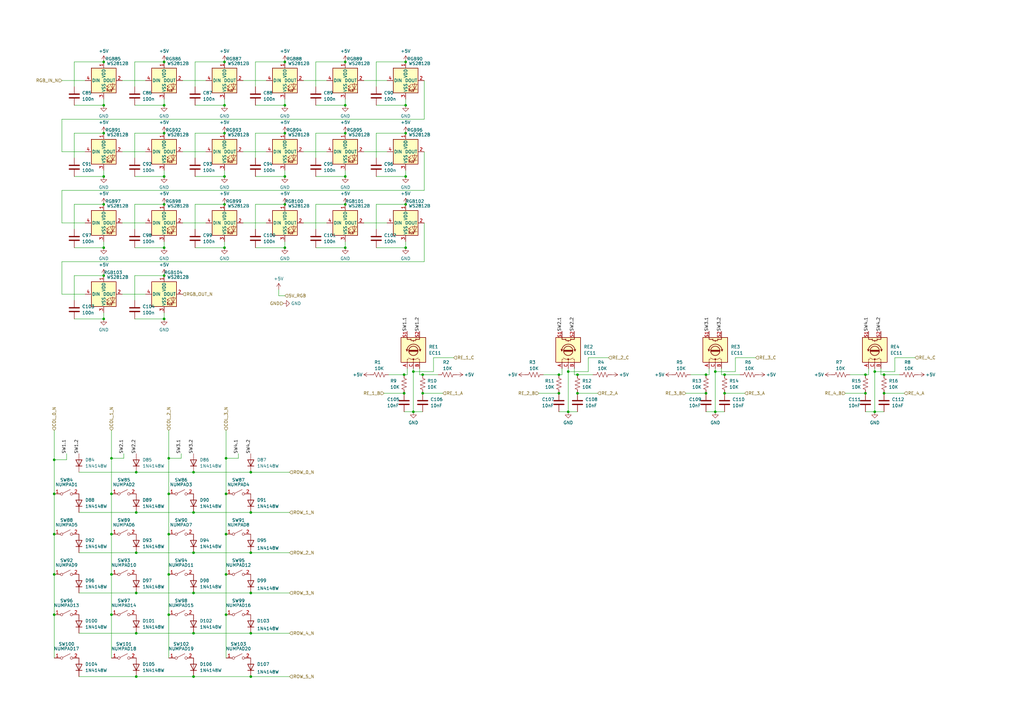
<source format=kicad_sch>
(kicad_sch (version 20211123) (generator eeschema)
  (paper "A3")
  (junction (at 55.88 243.205))
  (junction (at 233.045 152.4))
  (junction (at 79.375 259.715))
  (junction (at 22.225 188.595))
  (junction (at 79.375 277.495))
  (junction (at 45.72 187.96))
  (junction (at 79.375 226.695))
  (junction (at 358.775 168.91))
  (junction (at 67.31 54.61))
  (junction (at 55.88 193.675))
  (junction (at 42.545 72.39))
  (junction (at 42.545 83.82))
  (junction (at 92.075 101.6))
  (junction (at 55.88 277.495))
  (junction (at 92.71 252.095))
  (junction (at 79.375 210.185))
  (junction (at 92.075 54.61))
  (junction (at 22.225 252.095))
  (junction (at 67.31 83.82))
  (junction (at 141.605 43.18))
  (junction (at 42.545 25.4))
  (junction (at 173.355 153.67))
  (junction (at 166.37 72.39))
  (junction (at 92.71 219.075))
  (junction (at 229.235 161.29))
  (junction (at 116.84 83.82))
  (junction (at 67.31 130.81))
  (junction (at 116.84 25.4))
  (junction (at 165.735 161.29))
  (junction (at 22.225 202.565))
  (junction (at 293.37 152.4))
  (junction (at 92.075 43.18))
  (junction (at 166.37 43.18))
  (junction (at 297.18 161.29))
  (junction (at 45.72 235.585))
  (junction (at 69.215 219.075))
  (junction (at 293.37 168.91))
  (junction (at 165.735 153.67))
  (junction (at 22.225 235.585))
  (junction (at 69.215 202.565))
  (junction (at 42.545 130.81))
  (junction (at 173.355 161.29))
  (junction (at 69.215 187.96))
  (junction (at 116.84 72.39))
  (junction (at 102.87 193.675))
  (junction (at 354.965 153.67))
  (junction (at 102.87 226.695))
  (junction (at 92.075 83.82))
  (junction (at 116.84 43.18))
  (junction (at 92.71 187.96))
  (junction (at 362.585 153.67))
  (junction (at 42.545 101.6))
  (junction (at 116.84 101.6))
  (junction (at 45.72 202.565))
  (junction (at 22.225 219.075))
  (junction (at 79.375 243.205))
  (junction (at 358.775 152.4))
  (junction (at 102.87 210.185))
  (junction (at 42.545 113.03))
  (junction (at 229.235 153.67))
  (junction (at 42.545 43.18))
  (junction (at 166.37 83.82))
  (junction (at 297.18 153.67))
  (junction (at 141.605 101.6))
  (junction (at 236.855 161.29))
  (junction (at 169.545 168.91))
  (junction (at 233.045 168.91))
  (junction (at 92.71 235.585))
  (junction (at 45.72 219.075))
  (junction (at 102.87 243.205))
  (junction (at 67.31 113.03))
  (junction (at 289.56 161.29))
  (junction (at 67.31 101.6))
  (junction (at 166.37 54.61))
  (junction (at 67.31 72.39))
  (junction (at 169.545 152.4))
  (junction (at 166.37 101.6))
  (junction (at 92.71 202.565))
  (junction (at 92.075 25.4))
  (junction (at 42.545 54.61))
  (junction (at 67.31 25.4))
  (junction (at 236.855 153.67))
  (junction (at 102.87 259.715))
  (junction (at 141.605 83.82))
  (junction (at 354.965 161.29))
  (junction (at 79.375 193.675))
  (junction (at 362.585 161.29))
  (junction (at 55.88 210.185))
  (junction (at 55.88 226.695))
  (junction (at 141.605 54.61))
  (junction (at 69.215 252.095))
  (junction (at 69.215 235.585))
  (junction (at 289.56 153.67))
  (junction (at 102.87 277.495))
  (junction (at 116.84 54.61))
  (junction (at 67.31 43.18))
  (junction (at 141.605 72.39))
  (junction (at 141.605 25.4))
  (junction (at 166.37 25.4))
  (junction (at 92.075 72.39))
  (junction (at 55.88 259.715))
  (junction (at 45.72 252.095))
  (wire (pts (xy 116.84 54.61) (xy 104.775 54.61)))
  (wire (pts (xy 92.075 54.61) (xy 80.01 54.61)))
  (wire (pts (xy 79.375 226.695) (xy 102.87 226.695)))
  (wire (pts (xy 25.4 107.315) (xy 173.99 107.315)))
  (wire (pts (xy 22.225 188.595) (xy 27.305 188.595)))
  (wire (pts (xy 55.88 243.205) (xy 79.375 243.205)))
  (wire (pts (xy 67.31 83.82) (xy 55.245 83.82)))
  (wire (pts (xy 50.165 120.65) (xy 59.69 120.65)))
  (wire (pts (xy 42.545 83.82) (xy 30.48 83.82)))
  (wire (pts (xy 230.505 151.13) (xy 230.505 153.67)))
  (wire (pts (xy 293.37 168.91) (xy 297.18 168.91)))
  (wire (pts (xy 129.54 54.61) (xy 129.54 64.77)))
  (wire (pts (xy 173.355 153.67) (xy 172.085 153.67)))
  (wire (pts (xy 358.775 152.4) (xy 358.775 168.91)))
  (wire (pts (xy 79.375 243.205) (xy 102.87 243.205)))
  (wire (pts (xy 283.21 153.67) (xy 289.56 153.67)))
  (wire (pts (xy 92.075 43.18) (xy 92.075 40.64)))
  (wire (pts (xy 67.31 130.81) (xy 67.31 128.27)))
  (wire (pts (xy 99.695 91.44) (xy 109.22 91.44)))
  (wire (pts (xy 358.775 152.4) (xy 367.03 152.4)))
  (wire (pts (xy 129.54 43.18) (xy 141.605 43.18)))
  (wire (pts (xy 25.4 78.105) (xy 25.4 91.44)))
  (wire (pts (xy 356.235 151.13) (xy 356.235 153.67)))
  (wire (pts (xy 99.695 62.23) (xy 109.22 62.23)))
  (wire (pts (xy 104.775 72.39) (xy 116.84 72.39)))
  (wire (pts (xy 166.37 101.6) (xy 166.37 99.06)))
  (wire (pts (xy 92.075 25.4) (xy 80.01 25.4)))
  (wire (pts (xy 166.37 43.18) (xy 166.37 40.64)))
  (wire (pts (xy 80.01 72.39) (xy 92.075 72.39)))
  (wire (pts (xy 67.31 25.4) (xy 55.245 25.4)))
  (wire (pts (xy 32.385 193.675) (xy 55.88 193.675)))
  (wire (pts (xy 55.245 83.82) (xy 55.245 93.98)))
  (wire (pts (xy 149.225 62.23) (xy 158.75 62.23)))
  (wire (pts (xy 42.545 72.39) (xy 42.545 69.85)))
  (wire (pts (xy 116.84 25.4) (xy 104.775 25.4)))
  (wire (pts (xy 25.4 107.315) (xy 25.4 120.65)))
  (wire (pts (xy 67.31 72.39) (xy 67.31 69.85)))
  (wire (pts (xy 129.54 101.6) (xy 141.605 101.6)))
  (wire (pts (xy 289.56 161.29) (xy 281.305 161.29)))
  (wire (pts (xy 229.235 153.67) (xy 230.505 153.67)))
  (wire (pts (xy 165.735 153.67) (xy 167.005 153.67)))
  (wire (pts (xy 236.855 161.29) (xy 245.11 161.29)))
  (wire (pts (xy 30.48 130.81) (xy 42.545 130.81)))
  (wire (pts (xy 354.965 153.67) (xy 356.235 153.67)))
  (wire (pts (xy 236.855 153.67) (xy 235.585 153.67)))
  (wire (pts (xy 233.045 168.91) (xy 236.855 168.91)))
  (wire (pts (xy 289.56 168.91) (xy 293.37 168.91)))
  (wire (pts (xy 74.295 186.055) (xy 74.295 187.96)))
  (wire (pts (xy 55.245 25.4) (xy 55.245 35.56)))
  (wire (pts (xy 74.295 187.96) (xy 69.215 187.96)))
  (wire (pts (xy 361.315 151.13) (xy 361.315 153.67)))
  (wire (pts (xy 297.18 161.29) (xy 305.435 161.29)))
  (wire (pts (xy 229.235 168.91) (xy 233.045 168.91)))
  (wire (pts (xy 141.605 25.4) (xy 129.54 25.4)))
  (wire (pts (xy 233.045 152.4) (xy 241.3 152.4)))
  (wire (pts (xy 173.99 62.23) (xy 173.99 78.105)))
  (wire (pts (xy 159.385 153.67) (xy 165.735 153.67)))
  (wire (pts (xy 55.245 130.81) (xy 67.31 130.81)))
  (wire (pts (xy 22.225 235.585) (xy 22.225 252.095)))
  (wire (pts (xy 243.205 153.67) (xy 236.855 153.67)))
  (wire (pts (xy 169.545 168.91) (xy 173.355 168.91)))
  (wire (pts (xy 69.215 235.585) (xy 69.215 252.095)))
  (wire (pts (xy 102.87 193.675) (xy 118.745 193.675)))
  (wire (pts (xy 235.585 151.13) (xy 235.585 153.67)))
  (wire (pts (xy 154.305 54.61) (xy 154.305 64.77)))
  (wire (pts (xy 92.075 83.82) (xy 80.01 83.82)))
  (wire (pts (xy 50.8 186.055) (xy 50.8 187.96)))
  (wire (pts (xy 358.775 151.13) (xy 358.775 152.4)))
  (wire (pts (xy 293.37 151.13) (xy 293.37 152.4)))
  (wire (pts (xy 104.775 83.82) (xy 104.775 93.98)))
  (wire (pts (xy 173.99 33.02) (xy 173.99 48.895)))
  (wire (pts (xy 124.46 62.23) (xy 133.985 62.23)))
  (wire (pts (xy 80.01 43.18) (xy 92.075 43.18)))
  (wire (pts (xy 69.215 252.095) (xy 69.215 269.875)))
  (wire (pts (xy 167.005 151.13) (xy 167.005 153.67)))
  (wire (pts (xy 92.71 202.565) (xy 92.71 219.075)))
  (wire (pts (xy 154.305 43.18) (xy 166.37 43.18)))
  (wire (pts (xy 50.165 62.23) (xy 59.69 62.23)))
  (wire (pts (xy 169.545 152.4) (xy 169.545 168.91)))
  (wire (pts (xy 362.585 153.67) (xy 361.315 153.67)))
  (wire (pts (xy 354.965 168.91) (xy 358.775 168.91)))
  (wire (pts (xy 25.4 78.105) (xy 173.99 78.105)))
  (wire (pts (xy 154.305 25.4) (xy 154.305 35.56)))
  (wire (pts (xy 290.83 151.13) (xy 290.83 153.67)))
  (wire (pts (xy 30.48 43.18) (xy 42.545 43.18)))
  (wire (pts (xy 104.775 43.18) (xy 116.84 43.18)))
  (wire (pts (xy 74.93 62.23) (xy 84.455 62.23)))
  (wire (pts (xy 92.71 176.53) (xy 92.71 187.96)))
  (wire (pts (xy 27.305 188.595) (xy 27.305 186.055)))
  (wire (pts (xy 30.48 101.6) (xy 42.545 101.6)))
  (wire (pts (xy 92.075 72.39) (xy 92.075 69.85)))
  (wire (pts (xy 55.245 72.39) (xy 67.31 72.39)))
  (wire (pts (xy 55.88 193.675) (xy 79.375 193.675)))
  (wire (pts (xy 32.385 259.715) (xy 55.88 259.715)))
  (wire (pts (xy 116.84 43.18) (xy 116.84 40.64)))
  (wire (pts (xy 69.215 176.53) (xy 69.215 187.96)))
  (wire (pts (xy 25.4 62.23) (xy 34.925 62.23)))
  (wire (pts (xy 362.585 161.29) (xy 370.84 161.29)))
  (wire (pts (xy 368.935 153.67) (xy 362.585 153.67)))
  (wire (pts (xy 99.695 33.02) (xy 109.22 33.02)))
  (wire (pts (xy 80.01 25.4) (xy 80.01 35.56)))
  (wire (pts (xy 154.305 83.82) (xy 154.305 93.98)))
  (wire (pts (xy 102.87 259.715) (xy 118.745 259.715)))
  (wire (pts (xy 50.165 91.44) (xy 59.69 91.44)))
  (wire (pts (xy 177.8 152.4) (xy 177.8 146.685)))
  (wire (pts (xy 102.87 277.495) (xy 118.745 277.495)))
  (wire (pts (xy 32.385 243.205) (xy 55.88 243.205)))
  (wire (pts (xy 55.88 226.695) (xy 79.375 226.695)))
  (wire (pts (xy 165.735 168.91) (xy 169.545 168.91)))
  (wire (pts (xy 114.3 121.285) (xy 116.84 121.285)))
  (wire (pts (xy 116.84 72.39) (xy 116.84 69.85)))
  (wire (pts (xy 69.215 187.96) (xy 69.215 202.565)))
  (wire (pts (xy 124.46 91.44) (xy 133.985 91.44)))
  (wire (pts (xy 92.71 219.075) (xy 92.71 235.585)))
  (wire (pts (xy 169.545 151.13) (xy 169.545 152.4)))
  (wire (pts (xy 173.99 91.44) (xy 173.99 107.315)))
  (wire (pts (xy 45.72 235.585) (xy 45.72 252.095)))
  (wire (pts (xy 79.375 193.675) (xy 102.87 193.675)))
  (wire (pts (xy 367.03 152.4) (xy 367.03 146.685)))
  (wire (pts (xy 55.245 54.61) (xy 55.245 64.77)))
  (wire (pts (xy 45.72 252.095) (xy 45.72 269.875)))
  (wire (pts (xy 79.375 259.715) (xy 102.87 259.715)))
  (wire (pts (xy 293.37 152.4) (xy 293.37 168.91)))
  (wire (pts (xy 354.965 161.29) (xy 346.71 161.29)))
  (wire (pts (xy 301.625 146.685) (xy 309.88 146.685)))
  (wire (pts (xy 295.91 151.13) (xy 295.91 153.67)))
  (wire (pts (xy 92.71 235.585) (xy 92.71 252.095)))
  (wire (pts (xy 124.46 33.02) (xy 133.985 33.02)))
  (wire (pts (xy 141.605 43.18) (xy 141.605 40.64)))
  (wire (pts (xy 303.53 153.67) (xy 297.18 153.67)))
  (wire (pts (xy 297.18 153.67) (xy 295.91 153.67)))
  (wire (pts (xy 149.225 91.44) (xy 158.75 91.44)))
  (wire (pts (xy 92.71 187.96) (xy 92.71 202.565)))
  (wire (pts (xy 55.245 113.03) (xy 55.245 123.19)))
  (wire (pts (xy 80.01 101.6) (xy 92.075 101.6)))
  (wire (pts (xy 141.605 54.61) (xy 129.54 54.61)))
  (wire (pts (xy 45.72 202.565) (xy 45.72 219.075)))
  (wire (pts (xy 104.775 25.4) (xy 104.775 35.56)))
  (wire (pts (xy 22.225 176.53) (xy 22.225 188.595)))
  (wire (pts (xy 79.375 210.185) (xy 102.87 210.185)))
  (wire (pts (xy 30.48 83.82) (xy 30.48 93.98)))
  (wire (pts (xy 55.88 277.495) (xy 79.375 277.495)))
  (wire (pts (xy 42.545 101.6) (xy 42.545 99.06)))
  (wire (pts (xy 67.31 113.03) (xy 55.245 113.03)))
  (wire (pts (xy 50.8 187.96) (xy 45.72 187.96)))
  (wire (pts (xy 154.305 101.6) (xy 166.37 101.6)))
  (wire (pts (xy 22.225 252.095) (xy 22.225 269.875)))
  (wire (pts (xy 67.31 43.18) (xy 67.31 40.64)))
  (wire (pts (xy 348.615 153.67) (xy 354.965 153.67)))
  (wire (pts (xy 114.3 118.745) (xy 114.3 121.285)))
  (wire (pts (xy 104.775 101.6) (xy 116.84 101.6)))
  (wire (pts (xy 74.93 91.44) (xy 84.455 91.44)))
  (wire (pts (xy 42.545 130.81) (xy 42.545 128.27)))
  (wire (pts (xy 141.605 83.82) (xy 129.54 83.82)))
  (wire (pts (xy 179.705 153.67) (xy 173.355 153.67)))
  (wire (pts (xy 97.79 187.96) (xy 92.71 187.96)))
  (wire (pts (xy 129.54 83.82) (xy 129.54 93.98)))
  (wire (pts (xy 69.215 219.075) (xy 69.215 235.585)))
  (wire (pts (xy 50.165 33.02) (xy 59.69 33.02)))
  (wire (pts (xy 80.01 83.82) (xy 80.01 93.98)))
  (wire (pts (xy 30.48 25.4) (xy 30.48 35.56)))
  (wire (pts (xy 42.545 113.03) (xy 30.48 113.03)))
  (wire (pts (xy 149.225 33.02) (xy 158.75 33.02)))
  (wire (pts (xy 55.245 101.6) (xy 67.31 101.6)))
  (wire (pts (xy 67.31 101.6) (xy 67.31 99.06)))
  (wire (pts (xy 301.625 152.4) (xy 301.625 146.685)))
  (wire (pts (xy 116.84 83.82) (xy 104.775 83.82)))
  (wire (pts (xy 92.075 101.6) (xy 92.075 99.06)))
  (wire (pts (xy 79.375 277.495) (xy 102.87 277.495)))
  (wire (pts (xy 166.37 54.61) (xy 154.305 54.61)))
  (wire (pts (xy 45.72 219.075) (xy 45.72 235.585)))
  (wire (pts (xy 32.385 277.495) (xy 55.88 277.495)))
  (wire (pts (xy 22.225 202.565) (xy 22.225 219.075)))
  (wire (pts (xy 42.545 54.61) (xy 30.48 54.61)))
  (wire (pts (xy 233.045 151.13) (xy 233.045 152.4)))
  (wire (pts (xy 45.72 187.96) (xy 45.72 202.565)))
  (wire (pts (xy 177.8 146.685) (xy 186.055 146.685)))
  (wire (pts (xy 289.56 153.67) (xy 290.83 153.67)))
  (wire (pts (xy 74.93 33.02) (xy 84.455 33.02)))
  (wire (pts (xy 67.31 54.61) (xy 55.245 54.61)))
  (wire (pts (xy 55.88 210.185) (xy 79.375 210.185)))
  (wire (pts (xy 165.735 161.29) (xy 157.48 161.29)))
  (wire (pts (xy 32.385 226.695) (xy 55.88 226.695)))
  (wire (pts (xy 25.4 91.44) (xy 34.925 91.44)))
  (wire (pts (xy 367.03 146.685) (xy 375.285 146.685)))
  (wire (pts (xy 22.225 188.595) (xy 22.225 202.565)))
  (wire (pts (xy 97.79 186.055) (xy 97.79 187.96)))
  (wire (pts (xy 166.37 25.4) (xy 154.305 25.4)))
  (wire (pts (xy 229.235 161.29) (xy 220.98 161.29)))
  (wire (pts (xy 30.48 113.03) (xy 30.48 123.19)))
  (wire (pts (xy 358.775 168.91) (xy 362.585 168.91)))
  (wire (pts (xy 129.54 25.4) (xy 129.54 35.56)))
  (wire (pts (xy 129.54 72.39) (xy 141.605 72.39)))
  (wire (pts (xy 25.4 120.65) (xy 34.925 120.65)))
  (wire (pts (xy 32.385 210.185) (xy 55.88 210.185)))
  (wire (pts (xy 154.305 72.39) (xy 166.37 72.39)))
  (wire (pts (xy 173.355 161.29) (xy 181.61 161.29)))
  (wire (pts (xy 69.215 202.565) (xy 69.215 219.075)))
  (wire (pts (xy 293.37 152.4) (xy 301.625 152.4)))
  (wire (pts (xy 45.72 176.53) (xy 45.72 187.96)))
  (wire (pts (xy 30.48 54.61) (xy 30.48 64.77)))
  (wire (pts (xy 241.3 152.4) (xy 241.3 146.685)))
  (wire (pts (xy 55.88 259.715) (xy 79.375 259.715)))
  (wire (pts (xy 102.87 226.695) (xy 118.745 226.695)))
  (wire (pts (xy 233.045 152.4) (xy 233.045 168.91)))
  (wire (pts (xy 141.605 101.6) (xy 141.605 99.06)))
  (wire (pts (xy 30.48 72.39) (xy 42.545 72.39)))
  (wire (pts (xy 166.37 83.82) (xy 154.305 83.82)))
  (wire (pts (xy 80.01 54.61) (xy 80.01 64.77)))
  (wire (pts (xy 102.87 210.185) (xy 118.745 210.185)))
  (wire (pts (xy 166.37 72.39) (xy 166.37 69.85)))
  (wire (pts (xy 22.225 219.075) (xy 22.225 235.585)))
  (wire (pts (xy 141.605 72.39) (xy 141.605 69.85)))
  (wire (pts (xy 102.87 243.205) (xy 118.745 243.205)))
  (wire (pts (xy 42.545 25.4) (xy 30.48 25.4)))
  (wire (pts (xy 241.3 146.685) (xy 249.555 146.685)))
  (wire (pts (xy 172.085 151.13) (xy 172.085 153.67)))
  (wire (pts (xy 25.4 48.895) (xy 25.4 62.23)))
  (wire (pts (xy 42.545 43.18) (xy 42.545 40.64)))
  (wire (pts (xy 25.4 48.895) (xy 173.99 48.895)))
  (wire (pts (xy 169.545 152.4) (xy 177.8 152.4)))
  (wire (pts (xy 92.71 252.095) (xy 92.71 269.875)))
  (wire (pts (xy 104.775 54.61) (xy 104.775 64.77)))
  (wire (pts (xy 222.885 153.67) (xy 229.235 153.67)))
  (wire (pts (xy 25.4 33.02) (xy 34.925 33.02)))
  (wire (pts (xy 55.245 43.18) (xy 67.31 43.18)))
  (wire (pts (xy 116.84 101.6) (xy 116.84 99.06)))
  (label "SW2.2" (at 55.88 186.055 90))
  (label "SW2.1" (at 230.505 135.89 90))
  (label "SW1.2" (at 32.385 186.055 90))
  (label "SW1.1" (at 27.305 186.055 90))
  (label "SW3.2" (at 79.375 186.055 90))
  (label "SW4.1" (at 356.235 135.89 90))
  (label "SW4.1" (at 97.79 186.055 90))
  (label "SW2.1" (at 50.8 186.055 90))
  (label "SW1.1" (at 167.005 135.89 90))
  (label "SW4.2" (at 361.315 135.89 90))
  (label "SW3.1" (at 74.295 186.055 90))
  (label "SW4.2" (at 102.87 186.055 90))
  (label "SW1.2" (at 172.085 135.89 90))
  (label "SW3.2" (at 295.91 135.89 90))
  (label "SW2.2" (at 235.585 135.89 90))
  (label "SW3.1" (at 290.83 135.89 90))
  (hierarchical_label "ROW_4_N" (shape input) (at 118.745 259.715 0))
  (hierarchical_label "RE_3_C" (shape input) (at 309.88 146.685 0))
  (hierarchical_label "RE_2_A" (shape input) (at 245.11 161.29 0))
  (hierarchical_label "RE_1_B" (shape input) (at 157.48 161.29 180))
  (hierarchical_label "RE_4_A" (shape input) (at 370.84 161.29 0))
  (hierarchical_label "RE_2_C" (shape input) (at 249.555 146.685 0))
  (hierarchical_label "COL_2_N" (shape input) (at 69.215 176.53 90))
  (hierarchical_label "COL_0_N" (shape input) (at 22.225 176.53 90))
  (hierarchical_label "RE_3_B" (shape input) (at 281.305 161.29 180))
  (hierarchical_label "ROW_1_N" (shape input) (at 118.745 210.185 0))
  (hierarchical_label "ROW_3_N" (shape input) (at 118.745 243.205 0))
  (hierarchical_label "COL_1_N" (shape input) (at 45.72 176.53 90))
  (hierarchical_label "5V_RGB" (shape input) (at 116.84 121.285 0))
  (hierarchical_label "RGB_IN_N" (shape input) (at 25.4 33.02 180))
  (hierarchical_label "ROW_5_N" (shape input) (at 118.745 277.495 0))
  (hierarchical_label "RE_4_C" (shape input) (at 375.285 146.685 0))
  (hierarchical_label "GND" (shape input) (at 116.205 124.46 180))
  (hierarchical_label "RE_1_A" (shape input) (at 181.61 161.29 0))
  (hierarchical_label "ROW_2_N" (shape input) (at 118.745 226.695 0))
  (hierarchical_label "RE_2_B" (shape input) (at 220.98 161.29 180))
  (hierarchical_label "RE_3_A" (shape input) (at 305.435 161.29 0))
  (hierarchical_label "RE_4_B" (shape input) (at 346.71 161.29 180))
  (hierarchical_label "RE_1_C" (shape input) (at 186.055 146.685 0))
  (hierarchical_label "ROW_0_N" (shape input) (at 118.745 193.675 0))
  (hierarchical_label "RGB_OUT_N" (shape input) (at 74.93 120.65 0))
  (hierarchical_label "COL_3_N" (shape input) (at 92.71 176.53 90))
  (symbol (lib_id "power:GND") (at 92.075 72.39 0) (unit 1)
    (property "Reference" "#PWR0193" (effects hide))
    (property "Value" "GND" (at 92.075 76.835 0))
  )
  (symbol (lib_id "Device:C") (at 55.245 127 0) (unit 1)
    (property "Reference" "C104" (at 58.42 125.7299 0) (effects (justify left)))
    (property "Value" "100n" (at 58.42 128.2699 0) (effects (justify left)))
    (property "Footprint" "Capacitor_SMD:C_0603_1608Metric" (effects hide))
  )
  (symbol (lib_id "power:GND") (at 166.37 101.6 0) (unit 1)
    (property "Reference" "#PWR0208" (effects hide))
    (property "Value" "GND" (at 166.37 106.045 0))
  )
  (symbol (lib_id "LED:WS2812B") (at 42.545 33.02 0) (unit 1)
    (property "Reference" "RGB85" (at 46.355 24.13 0))
    (property "Value" "WS2812B" (at 48.26 26.035 0))
    (property "Footprint" "LED_SMD:LED_WS2812B_PLCC4_5.0x5.0mm_P3.2mm" (effects hide))
    (property "Datasheet" "https://cdn-shop.adafruit.com/datasheets/WS2812B.pdf" (effects hide))
  )
  (symbol (lib_id "Device:D") (at 55.88 206.375 90) (unit 1)
    (property "Reference" "D89" (at 58.42 205.1049 90) (effects (justify right)))
    (property "Value" "1N4148W" (at 58.42 207.6449 90) (effects (justify right)))
    (property "Footprint" "Diode_SMD:D_SOD-123" (effects hide))
  )
  (symbol (lib_id "Switch:SW_SPST") (at 27.305 252.095 0) (unit 1)
    (property "Reference" "SW96" (at 27.305 246.38 0))
    (property "Value" "NUMPAD13" (at 27.305 248.285 0))
    (property "Footprint" "Button_Switch_Keyboard:SW_Cherry_MX_1.00u_PCB" (effects hide))
  )
  (symbol (lib_id "Switch:SW_SPST") (at 74.295 235.585 0) (unit 1)
    (property "Reference" "SW94" (at 74.295 229.87 0))
    (property "Value" "NUMPAD11" (at 74.295 231.775 0))
    (property "Footprint" "Button_Switch_Keyboard:SW_Cherry_MX_1.00u_PCB" (effects hide))
  )
  (symbol (lib_id "LED:WS2812B") (at 67.31 33.02 0) (unit 1)
    (property "Reference" "RGB86" (at 71.12 24.13 0))
    (property "Value" "WS2812B" (at 73.025 26.035 0))
    (property "Footprint" "LED_SMD:LED_WS2812B_PLCC4_5.0x5.0mm_P3.2mm" (effects hide))
    (property "Datasheet" "https://cdn-shop.adafruit.com/datasheets/WS2812B.pdf" (effects hide))
  )
  (symbol (lib_id "power:GND") (at 42.545 72.39 0) (unit 1)
    (property "Reference" "#PWR0191" (effects hide))
    (property "Value" "GND" (at 42.545 76.835 0))
  )
  (symbol (lib_id "Device:D") (at 55.88 255.905 90) (unit 1)
    (property "Reference" "D101" (at 58.42 254.6349 90) (effects (justify right)))
    (property "Value" "1N4148W" (at 58.42 257.1749 90) (effects (justify right)))
    (property "Footprint" "Diode_SMD:D_SOD-123" (effects hide))
  )
  (symbol (lib_id "Device:C") (at 30.48 97.79 0) (unit 1)
    (property "Reference" "C97" (at 33.655 96.5199 0) (effects (justify left)))
    (property "Value" "100n" (at 33.655 99.0599 0) (effects (justify left)))
    (property "Footprint" "Capacitor_SMD:C_0603_1608Metric" (effects hide))
  )
  (symbol (lib_id "Device:R_US") (at 344.805 153.67 90) (unit 1)
    (property "Reference" "R7" (at 345.44 148.59 90) (effects (justify left)))
    (property "Value" "10K" (at 346.71 151.13 90) (effects (justify left)))
    (property "Footprint" "Resistor_SMD:R_0603_1608Metric" (effects hide))
  )
  (symbol (lib_id "Device:R_US") (at 362.585 157.48 0) (unit 1)
    (property "Reference" "R16" (at 364.49 156.2099 0) (effects (justify left)))
    (property "Value" "10K" (at 364.49 158.7499 0) (effects (justify left)))
    (property "Footprint" "Resistor_SMD:R_0603_1608Metric" (effects hide))
  )
  (symbol (lib_id "power:+5V") (at 166.37 54.61 0) (unit 1)
    (property "Reference" "#PWR0190" (effects hide))
    (property "Value" "+5V" (at 166.37 50.165 0))
  )
  (symbol (lib_id "power:+5V") (at 166.37 25.4 0) (unit 1)
    (property "Reference" "#PWR0178" (effects hide))
    (property "Value" "+5V" (at 166.37 20.955 0))
  )
  (symbol (lib_id "Device:R_US") (at 155.575 153.67 90) (unit 1)
    (property "Reference" "R1" (at 156.21 148.59 90) (effects (justify left)))
    (property "Value" "10K" (at 157.48 151.13 90) (effects (justify left)))
    (property "Footprint" "Resistor_SMD:R_0603_1608Metric" (effects hide))
  )
  (symbol (lib_id "Device:D") (at 32.385 189.865 90) (unit 1)
    (property "Reference" "D84" (at 34.925 188.5949 90) (effects (justify right)))
    (property "Value" "1N4148W" (at 34.925 191.1349 90) (effects (justify right)))
    (property "Footprint" "Diode_SMD:D_SOD-123" (effects hide))
  )
  (symbol (lib_id "Switch:SW_SPST") (at 27.305 235.585 0) (unit 1)
    (property "Reference" "SW92" (at 27.305 229.87 0))
    (property "Value" "NUMPAD9" (at 27.305 231.775 0))
    (property "Footprint" "Button_Switch_Keyboard:SW_Cherry_MX_1.00u_PCB" (effects hide))
  )
  (symbol (lib_id "LED:WS2812B") (at 166.37 33.02 0) (unit 1)
    (property "Reference" "RGB90" (at 170.18 24.13 0))
    (property "Value" "WS2812B" (at 172.085 26.035 0))
    (property "Footprint" "LED_SMD:LED_WS2812B_PLCC4_5.0x5.0mm_P3.2mm" (effects hide))
    (property "Datasheet" "https://cdn-shop.adafruit.com/datasheets/WS2812B.pdf" (effects hide))
  )
  (symbol (lib_id "Device:C") (at 354.965 165.1 0) (unit 1)
    (property "Reference" "C111" (at 347.98 163.83 0) (effects (justify left)))
    (property "Value" "10nF" (at 347.98 166.37 0) (effects (justify left)))
    (property "Footprint" "Capacitor_SMD:C_0603_1608Metric" (effects hide))
  )
  (symbol (lib_id "Switch:SW_SPST") (at 74.295 252.095 0) (unit 1)
    (property "Reference" "SW98" (at 74.295 246.38 0))
    (property "Value" "NUMPAD15" (at 74.295 248.285 0))
    (property "Footprint" "Button_Switch_Keyboard:SW_Cherry_MX_1.00u_PCB" (effects hide))
  )
  (symbol (lib_id "Device:C") (at 297.18 165.1 0) (unit 1)
    (property "Reference" "C110" (at 300.355 163.8299 0) (effects (justify left)))
    (property "Value" "10nF" (at 300.355 166.3699 0) (effects (justify left)))
    (property "Footprint" "Capacitor_SMD:C_0603_1608Metric" (effects hide))
  )
  (symbol (lib_id "Switch:SW_SPST") (at 74.295 219.075 0) (unit 1)
    (property "Reference" "SW90" (at 74.295 213.36 0))
    (property "Value" "NUMPAD7" (at 74.295 215.265 0))
    (property "Footprint" "Button_Switch_Keyboard:SW_Cherry_MX_1.00u_PCB" (effects hide))
  )
  (symbol (lib_id "LED:WS2812B") (at 166.37 62.23 0) (unit 1)
    (property "Reference" "RGB96" (at 170.18 53.34 0))
    (property "Value" "WS2812B" (at 172.085 55.245 0))
    (property "Footprint" "LED_SMD:LED_WS2812B_PLCC4_5.0x5.0mm_P3.2mm" (effects hide))
    (property "Datasheet" "https://cdn-shop.adafruit.com/datasheets/WS2812B.pdf" (effects hide))
  )
  (symbol (lib_id "Device:D") (at 55.88 222.885 90) (unit 1)
    (property "Reference" "D93" (at 58.42 221.6149 90) (effects (justify right)))
    (property "Value" "1N4148W" (at 58.42 224.1549 90) (effects (justify right)))
    (property "Footprint" "Diode_SMD:D_SOD-123" (effects hide))
  )
  (symbol (lib_id "Device:R_US") (at 219.075 153.67 90) (unit 1)
    (property "Reference" "R3" (at 219.71 148.59 90) (effects (justify left)))
    (property "Value" "10K" (at 220.98 151.13 90) (effects (justify left)))
    (property "Footprint" "Resistor_SMD:R_0603_1608Metric" (effects hide))
  )
  (symbol (lib_id "Device:D") (at 32.385 239.395 90) (unit 1)
    (property "Reference" "D96" (at 34.925 238.1249 90) (effects (justify right)))
    (property "Value" "1N4148W" (at 34.925 240.6649 90) (effects (justify right)))
    (property "Footprint" "Diode_SMD:D_SOD-123" (effects hide))
  )
  (symbol (lib_id "power:+5V") (at 250.825 153.67 270) (unit 1)
    (property "Reference" "#PWR0218" (effects hide))
    (property "Value" "+5V" (at 255.905 153.67 90))
  )
  (symbol (lib_id "Device:C") (at 30.48 68.58 0) (unit 1)
    (property "Reference" "C91" (at 33.655 67.3099 0) (effects (justify left)))
    (property "Value" "100n" (at 33.655 69.8499 0) (effects (justify left)))
    (property "Footprint" "Capacitor_SMD:C_0603_1608Metric" (effects hide))
  )
  (symbol (lib_id "power:GND") (at 166.37 43.18 0) (unit 1)
    (property "Reference" "#PWR0184" (effects hide))
    (property "Value" "GND" (at 166.37 47.625 0))
  )
  (symbol (lib_id "Device:R_US") (at 247.015 153.67 270) (unit 1)
    (property "Reference" "R4" (at 245.11 148.59 90) (effects (justify left)))
    (property "Value" "10K" (at 245.11 151.13 90) (effects (justify left)))
    (property "Footprint" "Resistor_SMD:R_0603_1608Metric" (effects hide))
  )
  (symbol (lib_id "LED:WS2812B") (at 141.605 62.23 0) (unit 1)
    (property "Reference" "RGB95" (at 145.415 53.34 0))
    (property "Value" "WS2812B" (at 147.32 55.245 0))
    (property "Footprint" "LED_SMD:LED_WS2812B_PLCC4_5.0x5.0mm_P3.2mm" (effects hide))
    (property "Datasheet" "https://cdn-shop.adafruit.com/datasheets/WS2812B.pdf" (effects hide))
  )
  (symbol (lib_id "LED:WS2812B") (at 42.545 91.44 0) (unit 1)
    (property "Reference" "RGB97" (at 46.355 82.55 0))
    (property "Value" "WS2812B" (at 48.26 84.455 0))
    (property "Footprint" "LED_SMD:LED_WS2812B_PLCC4_5.0x5.0mm_P3.2mm" (effects hide))
    (property "Datasheet" "https://cdn-shop.adafruit.com/datasheets/WS2812B.pdf" (effects hide))
  )
  (symbol (lib_id "Device:R_US") (at 165.735 157.48 0) (unit 1)
    (property "Reference" "R9" (at 160.02 156.21 0) (effects (justify left)))
    (property "Value" "10K" (at 160.02 158.75 0) (effects (justify left)))
    (property "Footprint" "Resistor_SMD:R_0603_1608Metric" (effects hide))
  )
  (symbol (lib_id "Switch:SW_SPST") (at 74.295 202.565 0) (unit 1)
    (property "Reference" "SW86" (at 74.295 196.85 0))
    (property "Value" "NUMPAD3" (at 74.295 198.755 0))
    (property "Footprint" "Button_Switch_Keyboard:SW_Cherry_MX_1.00u_PCB" (effects hide))
  )
  (symbol (lib_id "Device:C") (at 30.48 39.37 0) (unit 1)
    (property "Reference" "C85" (at 33.655 38.0999 0) (effects (justify left)))
    (property "Value" "100n" (at 33.655 40.6399 0) (effects (justify left)))
    (property "Footprint" "Capacitor_SMD:C_0603_1608Metric" (effects hide))
  )
  (symbol (lib_id "Device:D") (at 102.87 239.395 90) (unit 1)
    (property "Reference" "D99" (at 105.41 238.1249 90) (effects (justify right)))
    (property "Value" "1N4148W" (at 105.41 241.2999 90) (effects (justify right)))
    (property "Footprint" "Diode_SMD:D_SOD-123" (effects hide))
  )
  (symbol (lib_id "power:+5V") (at 311.15 153.67 270) (unit 1)
    (property "Reference" "#PWR0220" (effects hide))
    (property "Value" "+5V" (at 316.23 153.67 90))
  )
  (symbol (lib_id "Switch:SW_SPST") (at 50.8 235.585 0) (unit 1)
    (property "Reference" "SW93" (at 50.8 229.87 0))
    (property "Value" "NUMPAD10" (at 50.8 231.775 0))
    (property "Footprint" "Button_Switch_Keyboard:SW_Cherry_MX_1.00u_PCB" (effects hide))
  )
  (symbol (lib_id "Device:D") (at 55.88 189.865 90) (unit 1)
    (property "Reference" "D85" (at 58.42 188.5949 90) (effects (justify right)))
    (property "Value" "1N4148W" (at 58.42 191.1349 90) (effects (justify right)))
    (property "Footprint" "Diode_SMD:D_SOD-123" (effects hide))
  )
  (symbol (lib_id "Device:C") (at 104.775 97.79 0) (unit 1)
    (property "Reference" "C100" (at 107.95 96.5199 0) (effects (justify left)))
    (property "Value" "100n" (at 107.95 99.0599 0) (effects (justify left)))
    (property "Footprint" "Capacitor_SMD:C_0603_1608Metric" (effects hide))
  )
  (symbol (lib_id "Device:R_US") (at 372.745 153.67 270) (unit 1)
    (property "Reference" "R8" (at 370.84 148.59 90) (effects (justify left)))
    (property "Value" "10K" (at 370.84 151.13 90) (effects (justify left)))
    (property "Footprint" "Resistor_SMD:R_0603_1608Metric" (effects hide))
  )
  (symbol (lib_id "Device:C") (at 104.775 68.58 0) (unit 1)
    (property "Reference" "C94" (at 107.95 67.3099 0) (effects (justify left)))
    (property "Value" "100n" (at 107.95 69.8499 0) (effects (justify left)))
    (property "Footprint" "Capacitor_SMD:C_0603_1608Metric" (effects hide))
  )
  (symbol (lib_id "power:GND") (at 141.605 72.39 0) (unit 1)
    (property "Reference" "#PWR0195" (effects hide))
    (property "Value" "GND" (at 141.605 76.835 0))
  )
  (symbol (lib_id "power:GND") (at 116.84 101.6 0) (unit 1)
    (property "Reference" "#PWR0206" (effects hide))
    (property "Value" "GND" (at 116.84 106.045 0))
  )
  (symbol (lib_id "Device:R_US") (at 289.56 157.48 0) (unit 1)
    (property "Reference" "R13" (at 283.845 156.21 0) (effects (justify left)))
    (property "Value" "10K" (at 283.845 158.75 0) (effects (justify left)))
    (property "Footprint" "Resistor_SMD:R_0603_1608Metric" (effects hide))
  )
  (symbol (lib_id "Device:D") (at 102.87 189.865 90) (unit 1)
    (property "Reference" "D87" (at 105.41 188.5949 90) (effects (justify right)))
    (property "Value" "1N4148W" (at 105.41 191.1349 90) (effects (justify right)))
    (property "Footprint" "Diode_SMD:D_SOD-123" (effects hide))
  )
  (symbol (lib_id "Device:D") (at 32.385 222.885 90) (unit 1)
    (property "Reference" "D92" (at 34.925 221.6149 90) (effects (justify right)))
    (property "Value" "1N4148W" (at 34.925 224.1549 90) (effects (justify right)))
    (property "Footprint" "Diode_SMD:D_SOD-123" (effects hide))
  )
  (symbol (lib_id "power:+5V") (at 114.3 118.745 0) (unit 1)
    (property "Reference" "#PWR0211" (effects hide))
    (property "Value" "+5V" (at 114.3 114.3 0))
  )
  (symbol (lib_id "LED:WS2812B") (at 141.605 91.44 0) (unit 1)
    (property "Reference" "RGB101" (at 145.415 82.55 0))
    (property "Value" "WS2812B" (at 147.32 84.455 0))
    (property "Footprint" "LED_SMD:LED_WS2812B_PLCC4_5.0x5.0mm_P3.2mm" (effects hide))
    (property "Datasheet" "https://cdn-shop.adafruit.com/datasheets/WS2812B.pdf" (effects hide))
  )
  (symbol (lib_id "LED:WS2812B") (at 92.075 91.44 0) (unit 1)
    (property "Reference" "RGB99" (at 95.885 82.55 0))
    (property "Value" "WS2812B" (at 97.79 84.455 0))
    (property "Footprint" "LED_SMD:LED_WS2812B_PLCC4_5.0x5.0mm_P3.2mm" (effects hide))
    (property "Datasheet" "https://cdn-shop.adafruit.com/datasheets/WS2812B.pdf" (effects hide))
  )
  (symbol (lib_id "Device:D") (at 32.385 273.685 90) (unit 1)
    (property "Reference" "D104" (at 34.925 272.4149 90) (effects (justify right)))
    (property "Value" "1N4148W" (at 34.925 274.9549 90) (effects (justify right)))
    (property "Footprint" "Diode_SMD:D_SOD-123" (effects hide))
  )
  (symbol (lib_id "LED:WS2812B") (at 116.84 62.23 0) (unit 1)
    (property "Reference" "RGB94" (at 120.65 53.34 0))
    (property "Value" "WS2812B" (at 122.555 55.245 0))
    (property "Footprint" "LED_SMD:LED_WS2812B_PLCC4_5.0x5.0mm_P3.2mm" (effects hide))
    (property "Datasheet" "https://cdn-shop.adafruit.com/datasheets/WS2812B.pdf" (effects hide))
  )
  (symbol (lib_id "Device:C") (at 154.305 97.79 0) (unit 1)
    (property "Reference" "C102" (at 157.48 96.5199 0) (effects (justify left)))
    (property "Value" "100n" (at 157.48 99.0599 0) (effects (justify left)))
    (property "Footprint" "Capacitor_SMD:C_0603_1608Metric" (effects hide))
  )
  (symbol (lib_id "Device:RotaryEncoder_Switch") (at 233.045 143.51 90) (unit 1)
    (property "Reference" "RE2" (at 239.395 142.2399 90) (effects (justify right)))
    (property "Value" "EC11" (at 239.395 144.7799 90) (effects (justify right)))
    (property "Footprint" "Rotary_Encoder:RotaryEncoder_Alps_EC11E-Switch_Vertical_H20mm" (effects hide))
  )
  (symbol (lib_id "power:+5V") (at 187.325 153.67 270) (unit 1)
    (property "Reference" "#PWR0216" (effects hide))
    (property "Value" "+5V" (at 192.405 153.67 90))
  )
  (symbol (lib_id "Device:D") (at 79.375 255.905 90) (unit 1)
    (property "Reference" "D102" (at 81.915 254.6349 90) (effects (justify right)))
    (property "Value" "1N4148W" (at 81.915 257.1749 90) (effects (justify right)))
    (property "Footprint" "Diode_SMD:D_SOD-123" (effects hide))
  )
  (symbol (lib_id "power:+5V") (at 166.37 83.82 0) (unit 1)
    (property "Reference" "#PWR0202" (effects hide))
    (property "Value" "+5V" (at 166.37 79.375 0))
  )
  (symbol (lib_id "power:GND") (at 233.045 168.91 0) (unit 1)
    (property "Reference" "#PWR0224" (effects hide))
    (property "Value" "GND" (at 233.045 173.355 0))
  )
  (symbol (lib_id "power:GND") (at 42.545 130.81 0) (unit 1)
    (property "Reference" "#PWR0213" (effects hide))
    (property "Value" "GND" (at 42.545 135.255 0))
  )
  (symbol (lib_id "power:+5V") (at 42.545 113.03 0) (unit 1)
    (property "Reference" "#PWR0209" (effects hide))
    (property "Value" "+5V" (at 42.545 108.585 0))
  )
  (symbol (lib_id "power:+5V") (at 151.765 153.67 90) (unit 1)
    (property "Reference" "#PWR0215" (effects hide))
    (property "Value" "+5V" (at 146.685 153.67 90))
  )
  (symbol (lib_id "Device:R_US") (at 279.4 153.67 90) (unit 1)
    (property "Reference" "R5" (at 280.035 148.59 90) (effects (justify left)))
    (property "Value" "10K" (at 281.305 151.13 90) (effects (justify left)))
    (property "Footprint" "Resistor_SMD:R_0603_1608Metric" (effects hide))
  )
  (symbol (lib_id "Device:C") (at 55.245 97.79 0) (unit 1)
    (property "Reference" "C98" (at 58.42 96.5199 0) (effects (justify left)))
    (property "Value" "100n" (at 58.42 99.0599 0) (effects (justify left)))
    (property "Footprint" "Capacitor_SMD:C_0603_1608Metric" (effects hide))
  )
  (symbol (lib_id "power:GND") (at 358.775 168.91 0) (unit 1)
    (property "Reference" "#PWR0226" (effects hide))
    (property "Value" "GND" (at 358.775 173.355 0))
  )
  (symbol (lib_id "Device:C") (at 55.245 39.37 0) (unit 1)
    (property "Reference" "C86" (at 58.42 38.0999 0) (effects (justify left)))
    (property "Value" "100n" (at 58.42 40.6399 0) (effects (justify left)))
    (property "Footprint" "Capacitor_SMD:C_0603_1608Metric" (effects hide))
  )
  (symbol (lib_id "power:GND") (at 67.31 43.18 0) (unit 1)
    (property "Reference" "#PWR0180" (effects hide))
    (property "Value" "GND" (at 67.31 47.625 0))
  )
  (symbol (lib_id "Device:C") (at 236.855 165.1 0) (unit 1)
    (property "Reference" "C108" (at 240.03 163.8299 0) (effects (justify left)))
    (property "Value" "10nF" (at 240.03 166.3699 0) (effects (justify left)))
    (property "Footprint" "Capacitor_SMD:C_0603_1608Metric" (effects hide))
  )
  (symbol (lib_id "power:+5V") (at 67.31 83.82 0) (unit 1)
    (property "Reference" "#PWR0198" (effects hide))
    (property "Value" "+5V" (at 67.31 79.375 0))
  )
  (symbol (lib_id "Device:R_US") (at 173.355 157.48 0) (unit 1)
    (property "Reference" "R10" (at 175.26 156.2099 0) (effects (justify left)))
    (property "Value" "10K" (at 175.26 158.7499 0) (effects (justify left)))
    (property "Footprint" "Resistor_SMD:R_0603_1608Metric" (effects hide))
  )
  (symbol (lib_id "power:+5V") (at 376.555 153.67 270) (unit 1)
    (property "Reference" "#PWR0222" (effects hide))
    (property "Value" "+5V" (at 381.635 153.67 90))
  )
  (symbol (lib_id "power:+5V") (at 215.265 153.67 90) (unit 1)
    (property "Reference" "#PWR0217" (effects hide))
    (property "Value" "+5V" (at 210.185 153.67 90))
  )
  (symbol (lib_id "power:GND") (at 67.31 101.6 0) (unit 1)
    (property "Reference" "#PWR0204" (effects hide))
    (property "Value" "GND" (at 67.31 106.045 0))
  )
  (symbol (lib_id "Device:D") (at 55.88 273.685 90) (unit 1)
    (property "Reference" "D105" (at 58.42 272.4149 90) (effects (justify right)))
    (property "Value" "1N4148W" (at 58.42 274.9549 90) (effects (justify right)))
    (property "Footprint" "Diode_SMD:D_SOD-123" (effects hide))
  )
  (symbol (lib_id "power:GND") (at 116.84 43.18 0) (unit 1)
    (property "Reference" "#PWR0182" (effects hide))
    (property "Value" "GND" (at 116.84 47.625 0))
  )
  (symbol (lib_id "Device:R_US") (at 354.965 157.48 0) (unit 1)
    (property "Reference" "R15" (at 349.25 156.21 0) (effects (justify left)))
    (property "Value" "10K" (at 349.25 158.75 0) (effects (justify left)))
    (property "Footprint" "Resistor_SMD:R_0603_1608Metric" (effects hide))
  )
  (symbol (lib_id "LED:WS2812B") (at 92.075 62.23 0) (unit 1)
    (property "Reference" "RGB93" (at 95.885 53.34 0))
    (property "Value" "WS2812B" (at 97.79 55.245 0))
    (property "Footprint" "LED_SMD:LED_WS2812B_PLCC4_5.0x5.0mm_P3.2mm" (effects hide))
    (property "Datasheet" "https://cdn-shop.adafruit.com/datasheets/WS2812B.pdf" (effects hide))
  )
  (symbol (lib_id "Device:RotaryEncoder_Switch") (at 358.775 143.51 90) (unit 1)
    (property "Reference" "RE4" (at 365.125 142.2399 90) (effects (justify right)))
    (property "Value" "EC11" (at 365.125 144.7799 90) (effects (justify right)))
    (property "Footprint" "Rotary_Encoder:RotaryEncoder_Alps_EC11E-Switch_Vertical_H20mm" (effects hide))
  )
  (symbol (lib_id "Device:R_US") (at 236.855 157.48 0) (unit 1)
    (property "Reference" "R12" (at 238.76 156.2099 0) (effects (justify left)))
    (property "Value" "10K" (at 238.76 158.7499 0) (effects (justify left)))
    (property "Footprint" "Resistor_SMD:R_0603_1608Metric" (effects hide))
  )
  (symbol (lib_id "power:+5V") (at 141.605 25.4 0) (unit 1)
    (property "Reference" "#PWR0177" (effects hide))
    (property "Value" "+5V" (at 141.605 20.955 0))
  )
  (symbol (lib_id "Device:RotaryEncoder_Switch") (at 169.545 143.51 90) (unit 1)
    (property "Reference" "RE1" (at 175.895 142.2399 90) (effects (justify right)))
    (property "Value" "EC11" (at 175.895 144.7799 90) (effects (justify right)))
    (property "Footprint" "Rotary_Encoder:RotaryEncoder_Alps_EC11E-Switch_Vertical_H20mm" (effects hide))
  )
  (symbol (lib_id "Device:D") (at 55.88 239.395 90) (unit 1)
    (property "Reference" "D97" (at 58.42 238.1249 90) (effects (justify right)))
    (property "Value" "1N4148W" (at 58.42 240.6649 90) (effects (justify right)))
    (property "Footprint" "Diode_SMD:D_SOD-123" (effects hide))
  )
  (symbol (lib_id "LED:WS2812B") (at 141.605 33.02 0) (unit 1)
    (property "Reference" "RGB89" (at 145.415 24.13 0))
    (property "Value" "WS2812B" (at 147.32 26.035 0))
    (property "Footprint" "LED_SMD:LED_WS2812B_PLCC4_5.0x5.0mm_P3.2mm" (effects hide))
    (property "Datasheet" "https://cdn-shop.adafruit.com/datasheets/WS2812B.pdf" (effects hide))
  )
  (symbol (lib_id "Device:C") (at 129.54 39.37 0) (unit 1)
    (property "Reference" "C89" (at 132.715 38.0999 0) (effects (justify left)))
    (property "Value" "100n" (at 132.715 40.6399 0) (effects (justify left)))
    (property "Footprint" "Capacitor_SMD:C_0603_1608Metric" (effects hide))
  )
  (symbol (lib_id "power:+5V") (at 42.545 54.61 0) (unit 1)
    (property "Reference" "#PWR0185" (effects hide))
    (property "Value" "+5V" (at 42.545 50.165 0))
  )
  (symbol (lib_id "power:+5V") (at 92.075 83.82 0) (unit 1)
    (property "Reference" "#PWR0199" (effects hide))
    (property "Value" "+5V" (at 92.075 79.375 0))
  )
  (symbol (lib_id "Device:D") (at 102.87 222.885 90) (unit 1)
    (property "Reference" "D95" (at 105.41 221.6149 90) (effects (justify right)))
    (property "Value" "1N4148W" (at 105.41 224.7899 90) (effects (justify right)))
    (property "Footprint" "Diode_SMD:D_SOD-123" (effects hide))
  )
  (symbol (lib_id "Switch:SW_SPST") (at 27.305 202.565 0) (unit 1)
    (property "Reference" "SW84" (at 27.305 196.85 0))
    (property "Value" "NUMPAD1" (at 27.305 198.755 0))
    (property "Footprint" "Button_Switch_Keyboard:SW_Cherry_MX_1.00u_PCB" (effects hide))
  )
  (symbol (lib_id "Switch:SW_SPST") (at 50.8 252.095 0) (unit 1)
    (property "Reference" "SW97" (at 50.8 246.38 0))
    (property "Value" "NUMPAD14" (at 50.8 248.285 0))
    (property "Footprint" "Button_Switch_Keyboard:SW_Cherry_MX_1.00u_PCB" (effects hide))
  )
  (symbol (lib_id "Device:C") (at 229.235 165.1 0) (unit 1)
    (property "Reference" "C107" (at 222.25 163.83 0) (effects (justify left)))
    (property "Value" "10nF" (at 222.25 166.37 0) (effects (justify left)))
    (property "Footprint" "Capacitor_SMD:C_0603_1608Metric" (effects hide))
  )
  (symbol (lib_id "Device:D") (at 102.87 273.685 90) (unit 1)
    (property "Reference" "D107" (at 105.41 272.4149 90) (effects (justify right)))
    (property "Value" "1N4148W" (at 105.41 275.5899 90) (effects (justify right)))
    (property "Footprint" "Diode_SMD:D_SOD-123" (effects hide))
  )
  (symbol (lib_id "Device:R_US") (at 307.34 153.67 270) (unit 1)
    (property "Reference" "R6" (at 305.435 148.59 90) (effects (justify left)))
    (property "Value" "10K" (at 305.435 151.13 90) (effects (justify left)))
    (property "Footprint" "Resistor_SMD:R_0603_1608Metric" (effects hide))
  )
  (symbol (lib_id "power:+5V") (at 116.84 25.4 0) (unit 1)
    (property "Reference" "#PWR0176" (effects hide))
    (property "Value" "+5V" (at 116.84 20.955 0))
  )
  (symbol (lib_id "power:GND") (at 293.37 168.91 0) (unit 1)
    (property "Reference" "#PWR0225" (effects hide))
    (property "Value" "GND" (at 293.37 173.355 0))
  )
  (symbol (lib_id "power:GND") (at 92.075 43.18 0) (unit 1)
    (property "Reference" "#PWR0181" (effects hide))
    (property "Value" "GND" (at 92.075 47.625 0))
  )
  (symbol (lib_id "Device:D") (at 79.375 189.865 90) (unit 1)
    (property "Reference" "D86" (at 81.915 188.5949 90) (effects (justify right)))
    (property "Value" "1N4148W" (at 81.915 191.1349 90) (effects (justify right)))
    (property "Footprint" "Diode_SMD:D_SOD-123" (effects hide))
  )
  (symbol (lib_id "power:+5V") (at 141.605 54.61 0) (unit 1)
    (property "Reference" "#PWR0189" (effects hide))
    (property "Value" "+5V" (at 141.605 50.165 0))
  )
  (symbol (lib_id "power:+5V") (at 92.075 25.4 0) (unit 1)
    (property "Reference" "#PWR0175" (effects hide))
    (property "Value" "+5V" (at 92.075 20.955 0))
  )
  (symbol (lib_id "Switch:SW_SPST") (at 97.79 252.095 0) (unit 1)
    (property "Reference" "SW99" (at 97.79 246.38 0))
    (property "Value" "NUMPAD16" (at 97.79 248.285 0))
    (property "Footprint" "Button_Switch_Keyboard:SW_Cherry_MX_1.00u_PCB" (effects hide))
  )
  (symbol (lib_id "power:+5V") (at 67.31 113.03 0) (unit 1)
    (property "Reference" "#PWR0210" (effects hide))
    (property "Value" "+5V" (at 67.31 108.585 0))
  )
  (symbol (lib_id "LED:WS2812B") (at 42.545 62.23 0) (unit 1)
    (property "Reference" "RGB91" (at 46.355 53.34 0))
    (property "Value" "WS2812B" (at 48.26 55.245 0))
    (property "Footprint" "LED_SMD:LED_WS2812B_PLCC4_5.0x5.0mm_P3.2mm" (effects hide))
    (property "Datasheet" "https://cdn-shop.adafruit.com/datasheets/WS2812B.pdf" (effects hide))
  )
  (symbol (lib_id "Device:D") (at 79.375 222.885 90) (unit 1)
    (property "Reference" "D94" (at 81.915 221.6149 90) (effects (justify right)))
    (property "Value" "1N4148W" (at 81.915 224.1549 90) (effects (justify right)))
    (property "Footprint" "Diode_SMD:D_SOD-123" (effects hide))
  )
  (symbol (lib_id "LED:WS2812B") (at 116.84 33.02 0) (unit 1)
    (property "Reference" "RGB88" (at 120.65 24.13 0))
    (property "Value" "WS2812B" (at 122.555 26.035 0))
    (property "Footprint" "LED_SMD:LED_WS2812B_PLCC4_5.0x5.0mm_P3.2mm" (effects hide))
    (property "Datasheet" "https://cdn-shop.adafruit.com/datasheets/WS2812B.pdf" (effects hide))
  )
  (symbol (lib_id "Device:C") (at 80.01 97.79 0) (unit 1)
    (property "Reference" "C99" (at 83.185 96.5199 0) (effects (justify left)))
    (property "Value" "100n" (at 83.185 99.0599 0) (effects (justify left)))
    (property "Footprint" "Capacitor_SMD:C_0603_1608Metric" (effects hide))
  )
  (symbol (lib_id "Device:C") (at 80.01 68.58 0) (unit 1)
    (property "Reference" "C93" (at 83.185 67.3099 0) (effects (justify left)))
    (property "Value" "100n" (at 83.185 69.8499 0) (effects (justify left)))
    (property "Footprint" "Capacitor_SMD:C_0603_1608Metric" (effects hide))
  )
  (symbol (lib_id "power:+5V") (at 340.995 153.67 90) (unit 1)
    (property "Reference" "#PWR0221" (effects hide))
    (property "Value" "+5V" (at 335.915 153.67 90))
  )
  (symbol (lib_id "Switch:SW_SPST") (at 50.8 219.075 0) (unit 1)
    (property "Reference" "SW89" (at 50.8 213.36 0))
    (property "Value" "NUMPAD6" (at 50.8 215.265 0))
    (property "Footprint" "Button_Switch_Keyboard:SW_Cherry_MX_1.00u_PCB" (effects hide))
  )
  (symbol (lib_id "power:GND") (at 116.205 124.46 90) (unit 1)
    (property "Reference" "#PWR0212" (effects hide))
    (property "Value" "GND" (at 119.38 124.4599 90) (effects (justify right)))
  )
  (symbol (lib_id "Device:R_US") (at 183.515 153.67 270) (unit 1)
    (property "Reference" "R2" (at 181.61 148.59 90) (effects (justify left)))
    (property "Value" "10K" (at 181.61 151.13 90) (effects (justify left)))
    (property "Footprint" "Resistor_SMD:R_0603_1608Metric" (effects hide))
  )
  (symbol (lib_id "Switch:SW_SPST") (at 97.79 202.565 0) (unit 1)
    (property "Reference" "SW87" (at 97.79 196.85 0))
    (property "Value" "NUMPAD4" (at 97.79 198.755 0))
    (property "Footprint" "Button_Switch_Keyboard:SW_Cherry_MX_1.00u_PCB" (effects hide))
  )
  (symbol (lib_id "Device:C") (at 173.355 165.1 0) (unit 1)
    (property "Reference" "C106" (at 176.53 163.8299 0) (effects (justify left)))
    (property "Value" "10nF" (at 176.53 166.3699 0) (effects (justify left)))
    (property "Footprint" "Capacitor_SMD:C_0603_1608Metric" (effects hide))
  )
  (symbol (lib_id "Device:D") (at 102.87 255.905 90) (unit 1)
    (property "Reference" "D103" (at 105.41 254.6349 90) (effects (justify right)))
    (property "Value" "1N4148W" (at 105.41 257.8099 90) (effects (justify right)))
    (property "Footprint" "Diode_SMD:D_SOD-123" (effects hide))
  )
  (symbol (lib_id "power:GND") (at 67.31 130.81 0) (unit 1)
    (property "Reference" "#PWR0214" (effects hide))
    (property "Value" "GND" (at 67.31 135.255 0))
  )
  (symbol (lib_id "Switch:SW_SPST") (at 27.305 269.875 0) (unit 1)
    (property "Reference" "SW100" (at 27.305 264.16 0))
    (property "Value" "NUMPAD17" (at 27.305 266.065 0))
    (property "Footprint" "Button_Switch_Keyboard:SW_Cherry_MX_1.00u_PCB" (effects hide))
  )
  (symbol (lib_id "Switch:SW_SPST") (at 50.8 269.875 0) (unit 1)
    (property "Reference" "SW101" (at 50.8 264.16 0))
    (property "Value" "NUMPAD18" (at 50.8 266.065 0))
    (property "Footprint" "Button_Switch_Keyboard:SW_Cherry_MX_1.00u_PCB" (effects hide))
  )
  (symbol (lib_id "Switch:SW_SPST") (at 97.79 235.585 0) (unit 1)
    (property "Reference" "SW95" (at 97.79 229.87 0))
    (property "Value" "NUMPAD12" (at 97.79 231.775 0))
    (property "Footprint" "Button_Switch_Keyboard:SW_Cherry_MX_1.00u_PCB" (effects hide))
  )
  (symbol (lib_id "power:+5V") (at 42.545 83.82 0) (unit 1)
    (property "Reference" "#PWR0197" (effects hide))
    (property "Value" "+5V" (at 42.545 79.375 0))
  )
  (symbol (lib_id "Switch:SW_SPST") (at 74.295 269.875 0) (unit 1)
    (property "Reference" "SW102" (at 74.295 264.16 0))
    (property "Value" "NUMPAD19" (at 74.295 266.065 0))
    (property "Footprint" "Button_Switch_Keyboard:SW_Cherry_MX_1.00u_PCB" (effects hide))
  )
  (symbol (lib_id "power:GND") (at 116.84 72.39 0) (unit 1)
    (property "Reference" "#PWR0194" (effects hide))
    (property "Value" "GND" (at 116.84 76.835 0))
  )
  (symbol (lib_id "Device:C") (at 104.775 39.37 0) (unit 1)
    (property "Reference" "C88" (at 107.95 38.0999 0) (effects (justify left)))
    (property "Value" "100n" (at 107.95 40.6399 0) (effects (justify left)))
    (property "Footprint" "Capacitor_SMD:C_0603_1608Metric" (effects hide))
  )
  (symbol (lib_id "Device:C") (at 30.48 127 0) (unit 1)
    (property "Reference" "C103" (at 33.655 125.7299 0) (effects (justify left)))
    (property "Value" "100n" (at 33.655 128.2699 0) (effects (justify left)))
    (property "Footprint" "Capacitor_SMD:C_0603_1608Metric" (effects hide))
  )
  (symbol (lib_id "Device:D") (at 79.375 273.685 90) (unit 1)
    (property "Reference" "D106" (at 81.915 272.4149 90) (effects (justify right)))
    (property "Value" "1N4148W" (at 81.915 274.9549 90) (effects (justify right)))
    (property "Footprint" "Diode_SMD:D_SOD-123" (effects hide))
  )
  (symbol (lib_id "Device:C") (at 362.585 165.1 0) (unit 1)
    (property "Reference" "C112" (at 365.76 163.8299 0) (effects (justify left)))
    (property "Value" "10nF" (at 365.76 166.3699 0) (effects (justify left)))
    (property "Footprint" "Capacitor_SMD:C_0603_1608Metric" (effects hide))
  )
  (symbol (lib_id "Device:D") (at 102.87 206.375 90) (unit 1)
    (property "Reference" "D91" (at 105.41 205.1049 90) (effects (justify right)))
    (property "Value" "1N4148W" (at 105.41 207.6449 90) (effects (justify right)))
    (property "Footprint" "Diode_SMD:D_SOD-123" (effects hide))
  )
  (symbol (lib_id "LED:WS2812B") (at 42.545 120.65 0) (unit 1)
    (property "Reference" "RGB103" (at 46.355 111.76 0))
    (property "Value" "WS2812B" (at 48.26 113.665 0))
    (property "Footprint" "LED_SMD:LED_WS2812B_PLCC4_5.0x5.0mm_P3.2mm" (effects hide))
    (property "Datasheet" "https://cdn-shop.adafruit.com/datasheets/WS2812B.pdf" (effects hide))
  )
  (symbol (lib_id "Device:D") (at 32.385 255.905 90) (unit 1)
    (property "Reference" "D100" (at 34.925 254.6349 90) (effects (justify right)))
    (property "Value" "1N4148W" (at 34.925 257.1749 90) (effects (justify right)))
    (property "Footprint" "Diode_SMD:D_SOD-123" (effects hide))
  )
  (symbol (lib_id "power:+5V") (at 67.31 25.4 0) (unit 1)
    (property "Reference" "#PWR0174" (effects hide))
    (property "Value" "+5V" (at 67.31 20.955 0))
  )
  (symbol (lib_id "Switch:SW_SPST") (at 27.305 219.075 0) (unit 1)
    (property "Reference" "SW88" (at 27.305 213.36 0))
    (property "Value" "NUMPAD5" (at 27.305 215.265 0))
    (property "Footprint" "Button_Switch_Keyboard:SW_Cherry_MX_1.00u_PCB" (effects hide))
  )
  (symbol (lib_id "power:+5V") (at 92.075 54.61 0) (unit 1)
    (property "Reference" "#PWR0187" (effects hide))
    (property "Value" "+5V" (at 92.075 50.165 0))
  )
  (symbol (lib_id "Device:D") (at 32.385 206.375 90) (unit 1)
    (property "Reference" "D88" (at 34.925 205.1049 90) (effects (justify right)))
    (property "Value" "1N4148W" (at 34.925 207.6449 90) (effects (justify right)))
    (property "Footprint" "Diode_SMD:D_SOD-123" (effects hide))
  )
  (symbol (lib_id "Device:C") (at 154.305 39.37 0) (unit 1)
    (property "Reference" "C90" (at 157.48 38.0999 0) (effects (justify left)))
    (property "Value" "100n" (at 157.48 40.6399 0) (effects (justify left)))
    (property "Footprint" "Capacitor_SMD:C_0603_1608Metric" (effects hide))
  )
  (symbol (lib_id "power:+5V") (at 67.31 54.61 0) (unit 1)
    (property "Reference" "#PWR0186" (effects hide))
    (property "Value" "+5V" (at 67.31 50.165 0))
  )
  (symbol (lib_id "power:GND") (at 166.37 72.39 0) (unit 1)
    (property "Reference" "#PWR0196" (effects hide))
    (property "Value" "GND" (at 166.37 76.835 0))
  )
  (symbol (lib_id "power:GND") (at 42.545 101.6 0) (unit 1)
    (property "Reference" "#PWR0203" (effects hide))
    (property "Value" "GND" (at 42.545 106.045 0))
  )
  (symbol (lib_id "Device:RotaryEncoder_Switch") (at 293.37 143.51 90) (unit 1)
    (property "Reference" "RE3" (at 299.72 142.2399 90) (effects (justify right)))
    (property "Value" "EC11" (at 299.72 144.7799 90) (effects (justify right)))
    (property "Footprint" "Rotary_Encoder:RotaryEncoder_Alps_EC11E-Switch_Vertical_H20mm" (effects hide))
  )
  (symbol (lib_id "power:GND") (at 169.545 168.91 0) (unit 1)
    (property "Reference" "#PWR0223" (effects hide))
    (property "Value" "GND" (at 169.545 173.355 0))
  )
  (symbol (lib_id "power:+5V") (at 42.545 25.4 0) (unit 1)
    (property "Reference" "#PWR0173" (effects hide))
    (property "Value" "+5V" (at 42.545 20.955 0))
  )
  (symbol (lib_id "LED:WS2812B") (at 67.31 120.65 0) (unit 1)
    (property "Reference" "RGB104" (at 71.12 111.76 0))
    (property "Value" "WS2812B" (at 73.025 113.665 0))
    (property "Footprint" "LED_SMD:LED_WS2812B_PLCC4_5.0x5.0mm_P3.2mm" (effects hide))
    (property "Datasheet" "https://cdn-shop.adafruit.com/datasheets/WS2812B.pdf" (effects hide))
  )
  (symbol (lib_id "power:GND") (at 42.545 43.18 0) (unit 1)
    (property "Reference" "#PWR0179" (effects hide))
    (property "Value" "GND" (at 42.545 47.625 0))
  )
  (symbol (lib_id "power:GND") (at 67.31 72.39 0) (unit 1)
    (property "Reference" "#PWR0192" (effects hide))
    (property "Value" "GND" (at 67.31 76.835 0))
  )
  (symbol (lib_id "Switch:SW_SPST") (at 50.8 202.565 0) (unit 1)
    (property "Reference" "SW85" (at 50.8 196.85 0))
    (property "Value" "NUMPAD2" (at 50.8 198.755 0))
    (property "Footprint" "Button_Switch_Keyboard:SW_Cherry_MX_1.00u_PCB" (effects hide))
  )
  (symbol (lib_id "Device:R_US") (at 229.235 157.48 0) (unit 1)
    (property "Reference" "R11" (at 223.52 156.21 0) (effects (justify left)))
    (property "Value" "10K" (at 223.52 158.75 0) (effects (justify left)))
    (property "Footprint" "Resistor_SMD:R_0603_1608Metric" (effects hide))
  )
  (symbol (lib_id "LED:WS2812B") (at 166.37 91.44 0) (unit 1)
    (property "Reference" "RGB102" (at 170.18 82.55 0))
    (property "Value" "WS2812B" (at 172.085 84.455 0))
    (property "Footprint" "LED_SMD:LED_WS2812B_PLCC4_5.0x5.0mm_P3.2mm" (effects hide))
    (property "Datasheet" "https://cdn-shop.adafruit.com/datasheets/WS2812B.pdf" (effects hide))
  )
  (symbol (lib_id "Device:C") (at 129.54 68.58 0) (unit 1)
    (property "Reference" "C95" (at 132.715 67.3099 0) (effects (justify left)))
    (property "Value" "100n" (at 132.715 69.8499 0) (effects (justify left)))
    (property "Footprint" "Capacitor_SMD:C_0603_1608Metric" (effects hide))
  )
  (symbol (lib_id "LED:WS2812B") (at 67.31 62.23 0) (unit 1)
    (property "Reference" "RGB92" (at 71.12 53.34 0))
    (property "Value" "WS2812B" (at 73.025 55.245 0))
    (property "Footprint" "LED_SMD:LED_WS2812B_PLCC4_5.0x5.0mm_P3.2mm" (effects hide))
    (property "Datasheet" "https://cdn-shop.adafruit.com/datasheets/WS2812B.pdf" (effects hide))
  )
  (symbol (lib_id "power:+5V") (at 275.59 153.67 90) (unit 1)
    (property "Reference" "#PWR0219" (effects hide))
    (property "Value" "+5V" (at 270.51 153.67 90))
  )
  (symbol (lib_id "Switch:SW_SPST") (at 97.79 219.075 0) (unit 1)
    (property "Reference" "SW91" (at 97.79 213.36 0))
    (property "Value" "NUMPAD8" (at 97.79 215.265 0))
    (property "Footprint" "Button_Switch_Keyboard:SW_Cherry_MX_1.00u_PCB" (effects hide))
  )
  (symbol (lib_id "power:GND") (at 92.075 101.6 0) (unit 1)
    (property "Reference" "#PWR0205" (effects hide))
    (property "Value" "GND" (at 92.075 106.045 0))
  )
  (symbol (lib_id "Device:R_US") (at 297.18 157.48 0) (unit 1)
    (property "Reference" "R14" (at 299.085 156.2099 0) (effects (justify left)))
    (property "Value" "10K" (at 299.085 158.7499 0) (effects (justify left)))
    (property "Footprint" "Resistor_SMD:R_0603_1608Metric" (effects hide))
  )
  (symbol (lib_id "power:GND") (at 141.605 43.18 0) (unit 1)
    (property "Reference" "#PWR0183" (effects hide))
    (property "Value" "GND" (at 141.605 47.625 0))
  )
  (symbol (lib_id "Device:C") (at 55.245 68.58 0) (unit 1)
    (property "Reference" "C92" (at 58.42 67.3099 0) (effects (justify left)))
    (property "Value" "100n" (at 58.42 69.8499 0) (effects (justify left)))
    (property "Footprint" "Capacitor_SMD:C_0603_1608Metric" (effects hide))
  )
  (symbol (lib_id "power:+5V") (at 141.605 83.82 0) (unit 1)
    (property "Reference" "#PWR0201" (effects hide))
    (property "Value" "+5V" (at 141.605 79.375 0))
  )
  (symbol (lib_id "Device:C") (at 289.56 165.1 0) (unit 1)
    (property "Reference" "C109" (at 282.575 163.83 0) (effects (justify left)))
    (property "Value" "10nF" (at 282.575 166.37 0) (effects (justify left)))
    (property "Footprint" "Capacitor_SMD:C_0603_1608Metric" (effects hide))
  )
  (symbol (lib_id "Switch:SW_SPST") (at 97.79 269.875 0) (unit 1)
    (property "Reference" "SW103" (at 97.79 264.16 0))
    (property "Value" "NUMPAD20" (at 97.79 266.065 0))
    (property "Footprint" "Button_Switch_Keyboard:SW_Cherry_MX_1.00u_PCB" (effects hide))
  )
  (symbol (lib_id "Device:D") (at 79.375 206.375 90) (unit 1)
    (property "Reference" "D90" (at 81.915 205.1049 90) (effects (justify right)))
    (property "Value" "1N4148W" (at 81.915 207.6449 90) (effects (justify right)))
    (property "Footprint" "Diode_SMD:D_SOD-123" (effects hide))
  )
  (symbol (lib_id "LED:WS2812B") (at 92.075 33.02 0) (unit 1)
    (property "Reference" "RGB87" (at 95.885 24.13 0))
    (property "Value" "WS2812B" (at 97.79 26.035 0))
    (property "Footprint" "LED_SMD:LED_WS2812B_PLCC4_5.0x5.0mm_P3.2mm" (effects hide))
    (property "Datasheet" "https://cdn-shop.adafruit.com/datasheets/WS2812B.pdf" (effects hide))
  )
  (symbol (lib_id "power:+5V") (at 116.84 54.61 0) (unit 1)
    (property "Reference" "#PWR0188" (effects hide))
    (property "Value" "+5V" (at 116.84 50.165 0))
  )
  (symbol (lib_id "Device:C") (at 154.305 68.58 0) (unit 1)
    (property "Reference" "C96" (at 157.48 67.3099 0) (effects (justify left)))
    (property "Value" "100n" (at 157.48 69.8499 0) (effects (justify left)))
    (property "Footprint" "Capacitor_SMD:C_0603_1608Metric" (effects hide))
  )
  (symbol (lib_id "Device:C") (at 129.54 97.79 0) (unit 1)
    (property "Reference" "C101" (at 132.715 96.5199 0) (effects (justify left)))
    (property "Value" "100n" (at 132.715 99.0599 0) (effects (justify left)))
    (property "Footprint" "Capacitor_SMD:C_0603_1608Metric" (effects hide))
  )
  (symbol (lib_id "LED:WS2812B") (at 116.84 91.44 0) (unit 1)
    (property "Reference" "RGB100" (at 120.65 82.55 0))
    (property "Value" "WS2812B" (at 122.555 84.455 0))
    (property "Footprint" "LED_SMD:LED_WS2812B_PLCC4_5.0x5.0mm_P3.2mm" (effects hide))
    (property "Datasheet" "https://cdn-shop.adafruit.com/datasheets/WS2812B.pdf" (effects hide))
  )
  (symbol (lib_id "power:GND") (at 141.605 101.6 0) (unit 1)
    (property "Reference" "#PWR0207" (effects hide))
    (property "Value" "GND" (at 141.605 106.045 0))
  )
  (symbol (lib_id "LED:WS2812B") (at 67.31 91.44 0) (unit 1)
    (property "Reference" "RGB98" (at 71.12 82.55 0))
    (property "Value" "WS2812B" (at 73.025 84.455 0))
    (property "Footprint" "LED_SMD:LED_WS2812B_PLCC4_5.0x5.0mm_P3.2mm" (effects hide))
    (property "Datasheet" "https://cdn-shop.adafruit.com/datasheets/WS2812B.pdf" (effects hide))
  )
  (symbol (lib_id "Device:C") (at 165.735 165.1 0) (unit 1)
    (property "Reference" "C105" (at 158.75 163.83 0) (effects (justify left)))
    (property "Value" "10nF" (at 158.75 166.37 0) (effects (justify left)))
    (property "Footprint" "Capacitor_SMD:C_0603_1608Metric" (effects hide))
  )
  (symbol (lib_id "power:+5V") (at 116.84 83.82 0) (unit 1)
    (property "Reference" "#PWR0200" (effects hide))
    (property "Value" "+5V" (at 116.84 79.375 0))
  )
  (symbol (lib_id "Device:C") (at 80.01 39.37 0) (unit 1)
    (property "Reference" "C87" (at 83.185 38.0999 0) (effects (justify left)))
    (property "Value" "100n" (at 83.185 40.6399 0) (effects (justify left)))
    (property "Footprint" "Capacitor_SMD:C_0603_1608Metric" (effects hide))
  )
  (symbol (lib_id "Device:D") (at 79.375 239.395 90) (unit 1)
    (property "Reference" "D98" (at 81.915 238.1249 90) (effects (justify right)))
    (property "Value" "1N4148W" (at 81.915 240.6649 90) (effects (justify right)))
    (property "Footprint" "Diode_SMD:D_SOD-123" (effects hide))
  )
)
</source>
